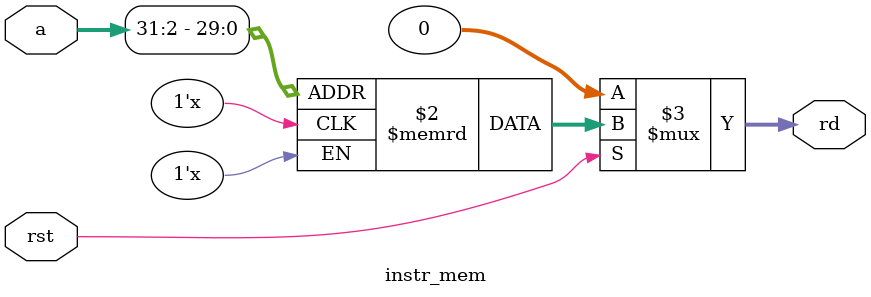
<source format=v>
module instr_mem(
    input [31:0] a,
    input rst,
    output [31:0] rd
);
reg [31:0] mem[1023:0];
assign rd = (rst == 1'b0) ? 32'h00000000 : mem[a[31:2]];
endmodule
</source>
